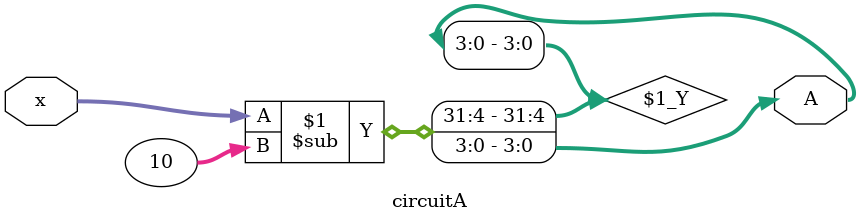
<source format=v>
module circuitA(
	input [3:0]x,
	output [3:0]A);
		
		assign A = x - 10;
	
endmodule
</source>
